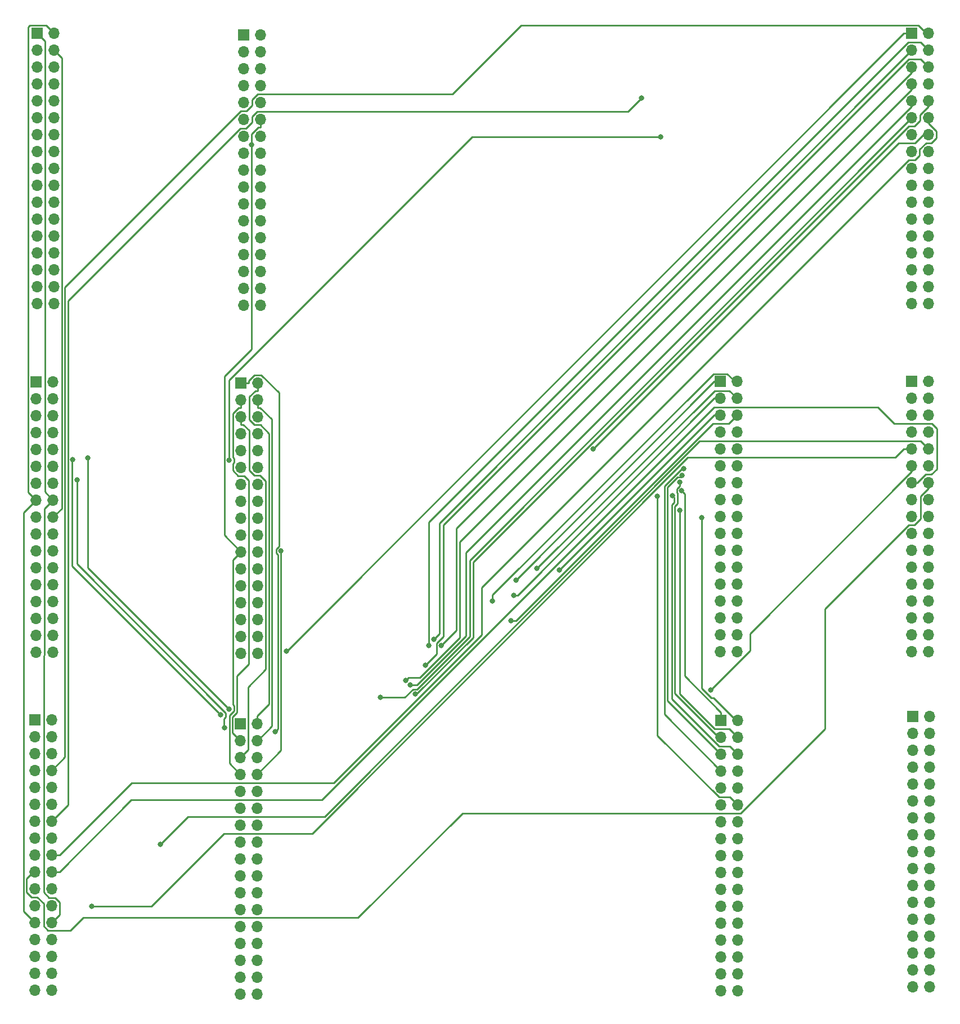
<source format=gbr>
%TF.GenerationSoftware,KiCad,Pcbnew,7.0.7*%
%TF.CreationDate,2023-10-25T17:18:37+09:00*%
%TF.ProjectId,changer,6368616e-6765-4722-9e6b-696361645f70,rev?*%
%TF.SameCoordinates,Original*%
%TF.FileFunction,Copper,L2,Bot*%
%TF.FilePolarity,Positive*%
%FSLAX46Y46*%
G04 Gerber Fmt 4.6, Leading zero omitted, Abs format (unit mm)*
G04 Created by KiCad (PCBNEW 7.0.7) date 2023-10-25 17:18:37*
%MOMM*%
%LPD*%
G01*
G04 APERTURE LIST*
%TA.AperFunction,ComponentPad*%
%ADD10R,1.700000X1.700000*%
%TD*%
%TA.AperFunction,ComponentPad*%
%ADD11O,1.700000X1.700000*%
%TD*%
%TA.AperFunction,ViaPad*%
%ADD12C,0.800000*%
%TD*%
%TA.AperFunction,Conductor*%
%ADD13C,0.250000*%
%TD*%
G04 APERTURE END LIST*
D10*
%TO.P,J1,1,Pin_1*%
%TO.N,CLK*%
X128701800Y-127406400D03*
D11*
%TO.P,J1,2,Pin_2*%
%TO.N,CLR*%
X131241800Y-127406400D03*
%TO.P,J1,3,Pin_3*%
%TO.N,+5V*%
X128701800Y-129946400D03*
%TO.P,J1,4,Pin_4*%
%TO.N,GND*%
X131241800Y-129946400D03*
%TO.P,J1,5,Pin_5*%
%TO.N,unconnected-(J1-Pin_5-Pad5)*%
X128701800Y-132486400D03*
%TO.P,J1,6,Pin_6*%
%TO.N,unconnected-(J1-Pin_6-Pad6)*%
X131241800Y-132486400D03*
%TO.P,J1,7,Pin_7*%
%TO.N,unconnected-(J1-Pin_7-Pad7)*%
X128701800Y-135026400D03*
%TO.P,J1,8,Pin_8*%
%TO.N,unconnected-(J1-Pin_8-Pad8)*%
X131241800Y-135026400D03*
%TO.P,J1,9,Pin_9*%
%TO.N,unconnected-(J1-Pin_9-Pad9)*%
X128701800Y-137566400D03*
%TO.P,J1,10,Pin_10*%
%TO.N,unconnected-(J1-Pin_10-Pad10)*%
X131241800Y-137566400D03*
%TO.P,J1,11,Pin_11*%
%TO.N,unconnected-(J1-Pin_11-Pad11)*%
X128701800Y-140106400D03*
%TO.P,J1,12,Pin_12*%
%TO.N,unconnected-(J1-Pin_12-Pad12)*%
X131241800Y-140106400D03*
%TO.P,J1,13,Pin_13*%
%TO.N,unconnected-(J1-Pin_13-Pad13)*%
X128701800Y-142646400D03*
%TO.P,J1,14,Pin_14*%
%TO.N,unconnected-(J1-Pin_14-Pad14)*%
X131241800Y-142646400D03*
%TO.P,J1,15,Pin_15*%
%TO.N,unconnected-(J1-Pin_15-Pad15)*%
X128701800Y-145186400D03*
%TO.P,J1,16,Pin_16*%
%TO.N,unconnected-(J1-Pin_16-Pad16)*%
X131241800Y-145186400D03*
%TO.P,J1,17,Pin_17*%
%TO.N,unconnected-(J1-Pin_17-Pad17)*%
X128701800Y-147726400D03*
%TO.P,J1,18,Pin_18*%
%TO.N,unconnected-(J1-Pin_18-Pad18)*%
X131241800Y-147726400D03*
%TO.P,J1,19,Pin_19*%
%TO.N,unconnected-(J1-Pin_19-Pad19)*%
X128701800Y-150266400D03*
%TO.P,J1,20,Pin_20*%
%TO.N,unconnected-(J1-Pin_20-Pad20)*%
X131241800Y-150266400D03*
%TO.P,J1,21,Pin_21*%
%TO.N,unconnected-(J1-Pin_21-Pad21)*%
X128701800Y-152806400D03*
%TO.P,J1,22,Pin_22*%
%TO.N,unconnected-(J1-Pin_22-Pad22)*%
X131241800Y-152806400D03*
%TO.P,J1,23,Pin_23*%
%TO.N,unconnected-(J1-Pin_23-Pad23)*%
X128701800Y-155346400D03*
%TO.P,J1,24,Pin_24*%
%TO.N,unconnected-(J1-Pin_24-Pad24)*%
X131241800Y-155346400D03*
%TO.P,J1,25,Pin_25*%
%TO.N,unconnected-(J1-Pin_25-Pad25)*%
X128701800Y-157886400D03*
%TO.P,J1,26,Pin_26*%
%TO.N,unconnected-(J1-Pin_26-Pad26)*%
X131241800Y-157886400D03*
%TO.P,J1,27,Pin_27*%
%TO.N,unconnected-(J1-Pin_27-Pad27)*%
X128701800Y-160426400D03*
%TO.P,J1,28,Pin_28*%
%TO.N,unconnected-(J1-Pin_28-Pad28)*%
X131241800Y-160426400D03*
%TO.P,J1,29,Pin_29*%
%TO.N,unconnected-(J1-Pin_29-Pad29)*%
X128701800Y-162966400D03*
%TO.P,J1,30,Pin_30*%
%TO.N,unconnected-(J1-Pin_30-Pad30)*%
X131241800Y-162966400D03*
%TO.P,J1,31,Pin_31*%
%TO.N,unconnected-(J1-Pin_31-Pad31)*%
X128701800Y-165506400D03*
%TO.P,J1,32,Pin_32*%
%TO.N,unconnected-(J1-Pin_32-Pad32)*%
X131241800Y-165506400D03*
%TO.P,J1,33,Pin_33*%
%TO.N,unconnected-(J1-Pin_33-Pad33)*%
X128701800Y-168046400D03*
%TO.P,J1,34,Pin_34*%
%TO.N,unconnected-(J1-Pin_34-Pad34)*%
X131241800Y-168046400D03*
%TD*%
D10*
%TO.P,J11,1,Pin_1*%
%TO.N,sela0*%
X260328200Y-127431800D03*
D11*
%TO.P,J11,2,Pin_2*%
%TO.N,sela1*%
X262868200Y-127431800D03*
%TO.P,J11,3,Pin_3*%
%TO.N,sela2*%
X260328200Y-129971800D03*
%TO.P,J11,4,Pin_4*%
%TO.N,selb0*%
X262868200Y-129971800D03*
%TO.P,J11,5,Pin_5*%
%TO.N,selb1*%
X260328200Y-132511800D03*
%TO.P,J11,6,Pin_6*%
%TO.N,selb2*%
X262868200Y-132511800D03*
%TO.P,J11,7,Pin_7*%
%TO.N,LD0*%
X260328200Y-135051800D03*
%TO.P,J11,8,Pin_8*%
%TO.N,LD1*%
X262868200Y-135051800D03*
%TO.P,J11,9,Pin_9*%
%TO.N,LD2*%
X260328200Y-137591800D03*
%TO.P,J11,10,Pin_10*%
%TO.N,LD3*%
X262868200Y-137591800D03*
%TO.P,J11,11,Pin_11*%
%TO.N,LDo*%
X260328200Y-140131800D03*
%TO.P,J11,12,Pin_12*%
%TO.N,LDpc*%
X262868200Y-140131800D03*
%TO.P,J11,13,Pin_13*%
%TO.N,+{slash}-*%
X260328200Y-142671800D03*
%TO.P,J11,14,Pin_14*%
%TO.N,A{slash}L*%
X262868200Y-142671800D03*
%TO.P,J11,15,Pin_15*%
%TO.N,unconnected-(J11-Pin_15-Pad15)*%
X260328200Y-145211800D03*
%TO.P,J11,16,Pin_16*%
%TO.N,unconnected-(J11-Pin_16-Pad16)*%
X262868200Y-145211800D03*
%TO.P,J11,17,Pin_17*%
%TO.N,unconnected-(J11-Pin_17-Pad17)*%
X260328200Y-147751800D03*
%TO.P,J11,18,Pin_18*%
%TO.N,unconnected-(J11-Pin_18-Pad18)*%
X262868200Y-147751800D03*
%TO.P,J11,19,Pin_19*%
%TO.N,unconnected-(J11-Pin_19-Pad19)*%
X260328200Y-150291800D03*
%TO.P,J11,20,Pin_20*%
%TO.N,unconnected-(J11-Pin_20-Pad20)*%
X262868200Y-150291800D03*
%TO.P,J11,21,Pin_21*%
%TO.N,unconnected-(J11-Pin_21-Pad21)*%
X260328200Y-152831800D03*
%TO.P,J11,22,Pin_22*%
%TO.N,unconnected-(J11-Pin_22-Pad22)*%
X262868200Y-152831800D03*
%TO.P,J11,23,Pin_23*%
%TO.N,unconnected-(J11-Pin_23-Pad23)*%
X260328200Y-155371800D03*
%TO.P,J11,24,Pin_24*%
%TO.N,unconnected-(J11-Pin_24-Pad24)*%
X262868200Y-155371800D03*
%TO.P,J11,25,Pin_25*%
%TO.N,unconnected-(J11-Pin_25-Pad25)*%
X260328200Y-157911800D03*
%TO.P,J11,26,Pin_26*%
%TO.N,unconnected-(J11-Pin_26-Pad26)*%
X262868200Y-157911800D03*
%TO.P,J11,27,Pin_27*%
%TO.N,unconnected-(J11-Pin_27-Pad27)*%
X260328200Y-160451800D03*
%TO.P,J11,28,Pin_28*%
%TO.N,unconnected-(J11-Pin_28-Pad28)*%
X262868200Y-160451800D03*
%TO.P,J11,29,Pin_29*%
%TO.N,unconnected-(J11-Pin_29-Pad29)*%
X260328200Y-162991800D03*
%TO.P,J11,30,Pin_30*%
%TO.N,unconnected-(J11-Pin_30-Pad30)*%
X262868200Y-162991800D03*
%TO.P,J11,31,Pin_31*%
%TO.N,unconnected-(J11-Pin_31-Pad31)*%
X260328200Y-165531800D03*
%TO.P,J11,32,Pin_32*%
%TO.N,unconnected-(J11-Pin_32-Pad32)*%
X262868200Y-165531800D03*
%TO.P,J11,33,Pin_33*%
%TO.N,unconnected-(J11-Pin_33-Pad33)*%
X260328200Y-168071800D03*
%TO.P,J11,34,Pin_34*%
%TO.N,unconnected-(J11-Pin_34-Pad34)*%
X262868200Y-168071800D03*
%TD*%
D10*
%TO.P,J3,1,Pin_1*%
%TO.N,A0*%
X128574800Y-179832000D03*
D11*
%TO.P,J3,2,Pin_2*%
%TO.N,A1*%
X131114800Y-179832000D03*
%TO.P,J3,3,Pin_3*%
%TO.N,A2*%
X128574800Y-182372000D03*
%TO.P,J3,4,Pin_4*%
%TO.N,A3*%
X131114800Y-182372000D03*
%TO.P,J3,5,Pin_5*%
%TO.N,A4*%
X128574800Y-184912000D03*
%TO.P,J3,6,Pin_6*%
%TO.N,A5*%
X131114800Y-184912000D03*
%TO.P,J3,7,Pin_7*%
%TO.N,B0*%
X128574800Y-187452000D03*
%TO.P,J3,8,Pin_8*%
%TO.N,B1*%
X131114800Y-187452000D03*
%TO.P,J3,9,Pin_9*%
%TO.N,B2*%
X128574800Y-189992000D03*
%TO.P,J3,10,Pin_10*%
%TO.N,B3*%
X131114800Y-189992000D03*
%TO.P,J3,11,Pin_11*%
%TO.N,B4*%
X128574800Y-192532000D03*
%TO.P,J3,12,Pin_12*%
%TO.N,B5*%
X131114800Y-192532000D03*
%TO.P,J3,13,Pin_13*%
%TO.N,+{slash}-*%
X128574800Y-195072000D03*
%TO.P,J3,14,Pin_14*%
%TO.N,A{slash}L*%
X131114800Y-195072000D03*
%TO.P,J3,15,Pin_15*%
%TO.N,CLR*%
X128574800Y-197612000D03*
%TO.P,J3,16,Pin_16*%
%TO.N,CLK*%
X131114800Y-197612000D03*
%TO.P,J3,17,Pin_17*%
%TO.N,+5V*%
X128574800Y-200152000D03*
%TO.P,J3,18,Pin_18*%
%TO.N,GND*%
X131114800Y-200152000D03*
%TO.P,J3,19,Pin_19*%
%TO.N,unconnected-(J3-Pin_19-Pad19)*%
X128574800Y-202692000D03*
%TO.P,J3,20,Pin_20*%
%TO.N,unconnected-(J3-Pin_20-Pad20)*%
X131114800Y-202692000D03*
%TO.P,J3,21,Pin_21*%
%TO.N,unconnected-(J3-Pin_21-Pad21)*%
X128574800Y-205232000D03*
%TO.P,J3,22,Pin_22*%
%TO.N,unconnected-(J3-Pin_22-Pad22)*%
X131114800Y-205232000D03*
%TO.P,J3,23,Pin_23*%
%TO.N,unconnected-(J3-Pin_23-Pad23)*%
X128574800Y-207772000D03*
%TO.P,J3,24,Pin_24*%
%TO.N,unconnected-(J3-Pin_24-Pad24)*%
X131114800Y-207772000D03*
%TO.P,J3,25,Pin_25*%
%TO.N,unconnected-(J3-Pin_25-Pad25)*%
X128574800Y-210312000D03*
%TO.P,J3,26,Pin_26*%
%TO.N,unconnected-(J3-Pin_26-Pad26)*%
X131114800Y-210312000D03*
%TO.P,J3,27,Pin_27*%
%TO.N,unconnected-(J3-Pin_27-Pad27)*%
X128574800Y-212852000D03*
%TO.P,J3,28,Pin_28*%
%TO.N,unconnected-(J3-Pin_28-Pad28)*%
X131114800Y-212852000D03*
%TO.P,J3,29,Pin_29*%
%TO.N,unconnected-(J3-Pin_29-Pad29)*%
X128574800Y-215392000D03*
%TO.P,J3,30,Pin_30*%
%TO.N,unconnected-(J3-Pin_30-Pad30)*%
X131114800Y-215392000D03*
%TO.P,J3,31,Pin_31*%
%TO.N,unconnected-(J3-Pin_31-Pad31)*%
X128574800Y-217932000D03*
%TO.P,J3,32,Pin_32*%
%TO.N,unconnected-(J3-Pin_32-Pad32)*%
X131114800Y-217932000D03*
%TO.P,J3,33,Pin_33*%
%TO.N,unconnected-(J3-Pin_33-Pad33)*%
X128574800Y-220472000D03*
%TO.P,J3,34,Pin_34*%
%TO.N,unconnected-(J3-Pin_34-Pad34)*%
X131114800Y-220472000D03*
%TD*%
D10*
%TO.P,J7,1,Pin_1*%
%TO.N,pc0*%
X159385000Y-179984400D03*
D11*
%TO.P,J7,2,Pin_2*%
%TO.N,pc1*%
X161925000Y-179984400D03*
%TO.P,J7,3,Pin_3*%
%TO.N,pc2*%
X159385000Y-182524400D03*
%TO.P,J7,4,Pin_4*%
%TO.N,pc3*%
X161925000Y-182524400D03*
%TO.P,J7,5,Pin_5*%
%TO.N,pc4*%
X159385000Y-185064400D03*
%TO.P,J7,6,Pin_6*%
%TO.N,unconnected-(J7-Pin_6-Pad6)*%
X161925000Y-185064400D03*
%TO.P,J7,7,Pin_7*%
%TO.N,2oc3*%
X159385000Y-187604400D03*
%TO.P,J7,8,Pin_8*%
%TO.N,2oc2*%
X161925000Y-187604400D03*
%TO.P,J7,9,Pin_9*%
%TO.N,2oc1*%
X159385000Y-190144400D03*
%TO.P,J7,10,Pin_10*%
%TO.N,2oc0*%
X161925000Y-190144400D03*
%TO.P,J7,11,Pin_11*%
%TO.N,2ol3*%
X159385000Y-192684400D03*
%TO.P,J7,12,Pin_12*%
%TO.N,2ol2*%
X161925000Y-192684400D03*
%TO.P,J7,13,Pin_13*%
%TO.N,2ol1*%
X159385000Y-195224400D03*
%TO.P,J7,14,Pin_14*%
%TO.N,2ol0*%
X161925000Y-195224400D03*
%TO.P,J7,15,Pin_15*%
%TO.N,2Im5*%
X159385000Y-197764400D03*
%TO.P,J7,16,Pin_16*%
%TO.N,2Im4*%
X161925000Y-197764400D03*
%TO.P,J7,17,Pin_17*%
%TO.N,2Im3*%
X159385000Y-200304400D03*
%TO.P,J7,18,Pin_18*%
%TO.N,2Im2*%
X161925000Y-200304400D03*
%TO.P,J7,19,Pin_19*%
%TO.N,2Im1*%
X159385000Y-202844400D03*
%TO.P,J7,20,Pin_20*%
%TO.N,2Im0*%
X161925000Y-202844400D03*
%TO.P,J7,21,Pin_21*%
%TO.N,+5V*%
X159385000Y-205384400D03*
%TO.P,J7,22,Pin_22*%
%TO.N,GND*%
X161925000Y-205384400D03*
%TO.P,J7,23,Pin_23*%
%TO.N,unconnected-(J7-Pin_23-Pad23)*%
X159385000Y-207924400D03*
%TO.P,J7,24,Pin_24*%
%TO.N,unconnected-(J7-Pin_24-Pad24)*%
X161925000Y-207924400D03*
%TO.P,J7,25,Pin_25*%
%TO.N,unconnected-(J7-Pin_25-Pad25)*%
X159385000Y-210464400D03*
%TO.P,J7,26,Pin_26*%
%TO.N,unconnected-(J7-Pin_26-Pad26)*%
X161925000Y-210464400D03*
%TO.P,J7,27,Pin_27*%
%TO.N,unconnected-(J7-Pin_27-Pad27)*%
X159385000Y-213004400D03*
%TO.P,J7,28,Pin_28*%
%TO.N,unconnected-(J7-Pin_28-Pad28)*%
X161925000Y-213004400D03*
%TO.P,J7,29,Pin_29*%
%TO.N,unconnected-(J7-Pin_29-Pad29)*%
X159385000Y-215544400D03*
%TO.P,J7,30,Pin_30*%
%TO.N,unconnected-(J7-Pin_30-Pad30)*%
X161925000Y-215544400D03*
%TO.P,J7,31,Pin_31*%
%TO.N,unconnected-(J7-Pin_31-Pad31)*%
X159385000Y-218084400D03*
%TO.P,J7,32,Pin_32*%
%TO.N,unconnected-(J7-Pin_32-Pad32)*%
X161925000Y-218084400D03*
%TO.P,J7,33,Pin_33*%
%TO.N,unconnected-(J7-Pin_33-Pad33)*%
X159385000Y-220624400D03*
%TO.P,J7,34,Pin_34*%
%TO.N,unconnected-(J7-Pin_34-Pad34)*%
X161925000Y-220624400D03*
%TD*%
D10*
%TO.P,J8,1,Pin_1*%
%TO.N,pc0*%
X159283400Y-231190800D03*
D11*
%TO.P,J8,2,Pin_2*%
%TO.N,pc1*%
X161823400Y-231190800D03*
%TO.P,J8,3,Pin_3*%
%TO.N,pc2*%
X159283400Y-233730800D03*
%TO.P,J8,4,Pin_4*%
%TO.N,pc3*%
X161823400Y-233730800D03*
%TO.P,J8,5,Pin_5*%
%TO.N,pc4*%
X159283400Y-236270800D03*
%TO.P,J8,6,Pin_6*%
%TO.N,unconnected-(J8-Pin_6-Pad6)*%
X161823400Y-236270800D03*
%TO.P,J8,7,Pin_7*%
%TO.N,+5V*%
X159283400Y-238810800D03*
%TO.P,J8,8,Pin_8*%
%TO.N,GND*%
X161823400Y-238810800D03*
%TO.P,J8,9,Pin_9*%
%TO.N,unconnected-(J8-Pin_9-Pad9)*%
X159283400Y-241350800D03*
%TO.P,J8,10,Pin_10*%
%TO.N,unconnected-(J8-Pin_10-Pad10)*%
X161823400Y-241350800D03*
%TO.P,J8,11,Pin_11*%
%TO.N,unconnected-(J8-Pin_11-Pad11)*%
X159283400Y-243890800D03*
%TO.P,J8,12,Pin_12*%
%TO.N,unconnected-(J8-Pin_12-Pad12)*%
X161823400Y-243890800D03*
%TO.P,J8,13,Pin_13*%
%TO.N,unconnected-(J8-Pin_13-Pad13)*%
X159283400Y-246430800D03*
%TO.P,J8,14,Pin_14*%
%TO.N,unconnected-(J8-Pin_14-Pad14)*%
X161823400Y-246430800D03*
%TO.P,J8,15,Pin_15*%
%TO.N,unconnected-(J8-Pin_15-Pad15)*%
X159283400Y-248970800D03*
%TO.P,J8,16,Pin_16*%
%TO.N,unconnected-(J8-Pin_16-Pad16)*%
X161823400Y-248970800D03*
%TO.P,J8,17,Pin_17*%
%TO.N,unconnected-(J8-Pin_17-Pad17)*%
X159283400Y-251510800D03*
%TO.P,J8,18,Pin_18*%
%TO.N,unconnected-(J8-Pin_18-Pad18)*%
X161823400Y-251510800D03*
%TO.P,J8,19,Pin_19*%
%TO.N,unconnected-(J8-Pin_19-Pad19)*%
X159283400Y-254050800D03*
%TO.P,J8,20,Pin_20*%
%TO.N,unconnected-(J8-Pin_20-Pad20)*%
X161823400Y-254050800D03*
%TO.P,J8,21,Pin_21*%
%TO.N,unconnected-(J8-Pin_21-Pad21)*%
X159283400Y-256590800D03*
%TO.P,J8,22,Pin_22*%
%TO.N,unconnected-(J8-Pin_22-Pad22)*%
X161823400Y-256590800D03*
%TO.P,J8,23,Pin_23*%
%TO.N,unconnected-(J8-Pin_23-Pad23)*%
X159283400Y-259130800D03*
%TO.P,J8,24,Pin_24*%
%TO.N,unconnected-(J8-Pin_24-Pad24)*%
X161823400Y-259130800D03*
%TO.P,J8,25,Pin_25*%
%TO.N,unconnected-(J8-Pin_25-Pad25)*%
X159283400Y-261670800D03*
%TO.P,J8,26,Pin_26*%
%TO.N,unconnected-(J8-Pin_26-Pad26)*%
X161823400Y-261670800D03*
%TO.P,J8,27,Pin_27*%
%TO.N,unconnected-(J8-Pin_27-Pad27)*%
X159283400Y-264210800D03*
%TO.P,J8,28,Pin_28*%
%TO.N,unconnected-(J8-Pin_28-Pad28)*%
X161823400Y-264210800D03*
%TO.P,J8,29,Pin_29*%
%TO.N,unconnected-(J8-Pin_29-Pad29)*%
X159283400Y-266750800D03*
%TO.P,J8,30,Pin_30*%
%TO.N,unconnected-(J8-Pin_30-Pad30)*%
X161823400Y-266750800D03*
%TO.P,J8,31,Pin_31*%
%TO.N,unconnected-(J8-Pin_31-Pad31)*%
X159283400Y-269290800D03*
%TO.P,J8,32,Pin_32*%
%TO.N,unconnected-(J8-Pin_32-Pad32)*%
X161823400Y-269290800D03*
%TO.P,J8,33,Pin_33*%
%TO.N,unconnected-(J8-Pin_33-Pad33)*%
X159283400Y-271830800D03*
%TO.P,J8,34,Pin_34*%
%TO.N,unconnected-(J8-Pin_34-Pad34)*%
X161823400Y-271830800D03*
%TD*%
D10*
%TO.P,J2,1,Pin_1*%
%TO.N,Y0*%
X231524600Y-179781200D03*
D11*
%TO.P,J2,2,Pin_2*%
%TO.N,Y1*%
X234064600Y-179781200D03*
%TO.P,J2,3,Pin_3*%
%TO.N,Y2*%
X231524600Y-182321200D03*
%TO.P,J2,4,Pin_4*%
%TO.N,Y3*%
X234064600Y-182321200D03*
%TO.P,J2,5,Pin_5*%
%TO.N,Y4*%
X231524600Y-184861200D03*
%TO.P,J2,6,Pin_6*%
%TO.N,Y5*%
X234064600Y-184861200D03*
%TO.P,J2,7,Pin_7*%
%TO.N,ZFR*%
X231524600Y-187401200D03*
%TO.P,J2,8,Pin_8*%
%TO.N,OFR*%
X234064600Y-187401200D03*
%TO.P,J2,9,Pin_9*%
%TO.N,SFR*%
X231524600Y-189941200D03*
%TO.P,J2,10,Pin_10*%
%TO.N,unconnected-(J2-Pin_10-Pad10)*%
X234064600Y-189941200D03*
%TO.P,J2,11,Pin_11*%
%TO.N,unconnected-(J2-Pin_11-Pad11)*%
X231524600Y-192481200D03*
%TO.P,J2,12,Pin_12*%
%TO.N,unconnected-(J2-Pin_12-Pad12)*%
X234064600Y-192481200D03*
%TO.P,J2,13,Pin_13*%
%TO.N,unconnected-(J2-Pin_13-Pad13)*%
X231524600Y-195021200D03*
%TO.P,J2,14,Pin_14*%
%TO.N,unconnected-(J2-Pin_14-Pad14)*%
X234064600Y-195021200D03*
%TO.P,J2,15,Pin_15*%
%TO.N,unconnected-(J2-Pin_15-Pad15)*%
X231524600Y-197561200D03*
%TO.P,J2,16,Pin_16*%
%TO.N,unconnected-(J2-Pin_16-Pad16)*%
X234064600Y-197561200D03*
%TO.P,J2,17,Pin_17*%
%TO.N,unconnected-(J2-Pin_17-Pad17)*%
X231524600Y-200101200D03*
%TO.P,J2,18,Pin_18*%
%TO.N,unconnected-(J2-Pin_18-Pad18)*%
X234064600Y-200101200D03*
%TO.P,J2,19,Pin_19*%
%TO.N,unconnected-(J2-Pin_19-Pad19)*%
X231524600Y-202641200D03*
%TO.P,J2,20,Pin_20*%
%TO.N,unconnected-(J2-Pin_20-Pad20)*%
X234064600Y-202641200D03*
%TO.P,J2,21,Pin_21*%
%TO.N,unconnected-(J2-Pin_21-Pad21)*%
X231524600Y-205181200D03*
%TO.P,J2,22,Pin_22*%
%TO.N,unconnected-(J2-Pin_22-Pad22)*%
X234064600Y-205181200D03*
%TO.P,J2,23,Pin_23*%
%TO.N,unconnected-(J2-Pin_23-Pad23)*%
X231524600Y-207721200D03*
%TO.P,J2,24,Pin_24*%
%TO.N,unconnected-(J2-Pin_24-Pad24)*%
X234064600Y-207721200D03*
%TO.P,J2,25,Pin_25*%
%TO.N,unconnected-(J2-Pin_25-Pad25)*%
X231524600Y-210261200D03*
%TO.P,J2,26,Pin_26*%
%TO.N,unconnected-(J2-Pin_26-Pad26)*%
X234064600Y-210261200D03*
%TO.P,J2,27,Pin_27*%
%TO.N,unconnected-(J2-Pin_27-Pad27)*%
X231524600Y-212801200D03*
%TO.P,J2,28,Pin_28*%
%TO.N,unconnected-(J2-Pin_28-Pad28)*%
X234064600Y-212801200D03*
%TO.P,J2,29,Pin_29*%
%TO.N,unconnected-(J2-Pin_29-Pad29)*%
X231524600Y-215341200D03*
%TO.P,J2,30,Pin_30*%
%TO.N,unconnected-(J2-Pin_30-Pad30)*%
X234064600Y-215341200D03*
%TO.P,J2,31,Pin_31*%
%TO.N,unconnected-(J2-Pin_31-Pad31)*%
X231524600Y-217881200D03*
%TO.P,J2,32,Pin_32*%
%TO.N,unconnected-(J2-Pin_32-Pad32)*%
X234064600Y-217881200D03*
%TO.P,J2,33,Pin_33*%
%TO.N,unconnected-(J2-Pin_33-Pad33)*%
X231524600Y-220421200D03*
%TO.P,J2,34,Pin_34*%
%TO.N,unconnected-(J2-Pin_34-Pad34)*%
X234064600Y-220421200D03*
%TD*%
D10*
%TO.P,J6,1,Pin_1*%
%TO.N,oc3*%
X260324600Y-179781200D03*
D11*
%TO.P,J6,2,Pin_2*%
%TO.N,oc2*%
X262864600Y-179781200D03*
%TO.P,J6,3,Pin_3*%
%TO.N,oc1*%
X260324600Y-182321200D03*
%TO.P,J6,4,Pin_4*%
%TO.N,oc0*%
X262864600Y-182321200D03*
%TO.P,J6,5,Pin_5*%
%TO.N,ol3*%
X260324600Y-184861200D03*
%TO.P,J6,6,Pin_6*%
%TO.N,ol2*%
X262864600Y-184861200D03*
%TO.P,J6,7,Pin_7*%
%TO.N,ol1*%
X260324600Y-187401200D03*
%TO.P,J6,8,Pin_8*%
%TO.N,ol0*%
X262864600Y-187401200D03*
%TO.P,J6,9,Pin_9*%
%TO.N,Im5*%
X260324600Y-189941200D03*
%TO.P,J6,10,Pin_10*%
%TO.N,Im4*%
X262864600Y-189941200D03*
%TO.P,J6,11,Pin_11*%
%TO.N,Im3*%
X260324600Y-192481200D03*
%TO.P,J6,12,Pin_12*%
%TO.N,Im2*%
X262864600Y-192481200D03*
%TO.P,J6,13,Pin_13*%
%TO.N,Im1*%
X260324600Y-195021200D03*
%TO.P,J6,14,Pin_14*%
%TO.N,Im0*%
X262864600Y-195021200D03*
%TO.P,J6,15,Pin_15*%
%TO.N,unconnected-(J6-Pin_15-Pad15)*%
X260324600Y-197561200D03*
%TO.P,J6,16,Pin_16*%
%TO.N,unconnected-(J6-Pin_16-Pad16)*%
X262864600Y-197561200D03*
%TO.P,J6,17,Pin_17*%
%TO.N,unconnected-(J6-Pin_17-Pad17)*%
X260324600Y-200101200D03*
%TO.P,J6,18,Pin_18*%
%TO.N,unconnected-(J6-Pin_18-Pad18)*%
X262864600Y-200101200D03*
%TO.P,J6,19,Pin_19*%
%TO.N,unconnected-(J6-Pin_19-Pad19)*%
X260324600Y-202641200D03*
%TO.P,J6,20,Pin_20*%
%TO.N,unconnected-(J6-Pin_20-Pad20)*%
X262864600Y-202641200D03*
%TO.P,J6,21,Pin_21*%
%TO.N,unconnected-(J6-Pin_21-Pad21)*%
X260324600Y-205181200D03*
%TO.P,J6,22,Pin_22*%
%TO.N,unconnected-(J6-Pin_22-Pad22)*%
X262864600Y-205181200D03*
%TO.P,J6,23,Pin_23*%
%TO.N,unconnected-(J6-Pin_23-Pad23)*%
X260324600Y-207721200D03*
%TO.P,J6,24,Pin_24*%
%TO.N,unconnected-(J6-Pin_24-Pad24)*%
X262864600Y-207721200D03*
%TO.P,J6,25,Pin_25*%
%TO.N,unconnected-(J6-Pin_25-Pad25)*%
X260324600Y-210261200D03*
%TO.P,J6,26,Pin_26*%
%TO.N,unconnected-(J6-Pin_26-Pad26)*%
X262864600Y-210261200D03*
%TO.P,J6,27,Pin_27*%
%TO.N,unconnected-(J6-Pin_27-Pad27)*%
X260324600Y-212801200D03*
%TO.P,J6,28,Pin_28*%
%TO.N,unconnected-(J6-Pin_28-Pad28)*%
X262864600Y-212801200D03*
%TO.P,J6,29,Pin_29*%
%TO.N,unconnected-(J6-Pin_29-Pad29)*%
X260324600Y-215341200D03*
%TO.P,J6,30,Pin_30*%
%TO.N,unconnected-(J6-Pin_30-Pad30)*%
X262864600Y-215341200D03*
%TO.P,J6,31,Pin_31*%
%TO.N,unconnected-(J6-Pin_31-Pad31)*%
X260324600Y-217881200D03*
%TO.P,J6,32,Pin_32*%
%TO.N,unconnected-(J6-Pin_32-Pad32)*%
X262864600Y-217881200D03*
%TO.P,J6,33,Pin_33*%
%TO.N,unconnected-(J6-Pin_33-Pad33)*%
X260324600Y-220421200D03*
%TO.P,J6,34,Pin_34*%
%TO.N,unconnected-(J6-Pin_34-Pad34)*%
X262864600Y-220421200D03*
%TD*%
D10*
%TO.P,J5,1,Pin_1*%
%TO.N,A0*%
X231626200Y-230682800D03*
D11*
%TO.P,J5,2,Pin_2*%
%TO.N,A1*%
X234166200Y-230682800D03*
%TO.P,J5,3,Pin_3*%
%TO.N,A2*%
X231626200Y-233222800D03*
%TO.P,J5,4,Pin_4*%
%TO.N,A3*%
X234166200Y-233222800D03*
%TO.P,J5,5,Pin_5*%
%TO.N,A4*%
X231626200Y-235762800D03*
%TO.P,J5,6,Pin_6*%
%TO.N,A5*%
X234166200Y-235762800D03*
%TO.P,J5,7,Pin_7*%
%TO.N,B0*%
X231626200Y-238302800D03*
%TO.P,J5,8,Pin_8*%
%TO.N,B1*%
X234166200Y-238302800D03*
%TO.P,J5,9,Pin_9*%
%TO.N,B2*%
X231626200Y-240842800D03*
%TO.P,J5,10,Pin_10*%
%TO.N,B3*%
X234166200Y-240842800D03*
%TO.P,J5,11,Pin_11*%
%TO.N,B4*%
X231626200Y-243382800D03*
%TO.P,J5,12,Pin_12*%
%TO.N,B5*%
X234166200Y-243382800D03*
%TO.P,J5,13,Pin_13*%
%TO.N,pc0*%
X231626200Y-245922800D03*
%TO.P,J5,14,Pin_14*%
%TO.N,pc1*%
X234166200Y-245922800D03*
%TO.P,J5,15,Pin_15*%
%TO.N,pc2*%
X231626200Y-248462800D03*
%TO.P,J5,16,Pin_16*%
%TO.N,pc3*%
X234166200Y-248462800D03*
%TO.P,J5,17,Pin_17*%
%TO.N,pc4*%
X231626200Y-251002800D03*
%TO.P,J5,18,Pin_18*%
%TO.N,pc5*%
X234166200Y-251002800D03*
%TO.P,J5,19,Pin_19*%
%TO.N,unconnected-(J5-Pin_19-Pad19)*%
X231626200Y-253542800D03*
%TO.P,J5,20,Pin_20*%
%TO.N,unconnected-(J5-Pin_20-Pad20)*%
X234166200Y-253542800D03*
%TO.P,J5,21,Pin_21*%
%TO.N,unconnected-(J5-Pin_21-Pad21)*%
X231626200Y-256082800D03*
%TO.P,J5,22,Pin_22*%
%TO.N,unconnected-(J5-Pin_22-Pad22)*%
X234166200Y-256082800D03*
%TO.P,J5,23,Pin_23*%
%TO.N,unconnected-(J5-Pin_23-Pad23)*%
X231626200Y-258622800D03*
%TO.P,J5,24,Pin_24*%
%TO.N,unconnected-(J5-Pin_24-Pad24)*%
X234166200Y-258622800D03*
%TO.P,J5,25,Pin_25*%
%TO.N,unconnected-(J5-Pin_25-Pad25)*%
X231626200Y-261162800D03*
%TO.P,J5,26,Pin_26*%
%TO.N,unconnected-(J5-Pin_26-Pad26)*%
X234166200Y-261162800D03*
%TO.P,J5,27,Pin_27*%
%TO.N,unconnected-(J5-Pin_27-Pad27)*%
X231626200Y-263702800D03*
%TO.P,J5,28,Pin_28*%
%TO.N,unconnected-(J5-Pin_28-Pad28)*%
X234166200Y-263702800D03*
%TO.P,J5,29,Pin_29*%
%TO.N,unconnected-(J5-Pin_29-Pad29)*%
X231626200Y-266242800D03*
%TO.P,J5,30,Pin_30*%
%TO.N,unconnected-(J5-Pin_30-Pad30)*%
X234166200Y-266242800D03*
%TO.P,J5,31,Pin_31*%
%TO.N,unconnected-(J5-Pin_31-Pad31)*%
X231626200Y-268782800D03*
%TO.P,J5,32,Pin_32*%
%TO.N,unconnected-(J5-Pin_32-Pad32)*%
X234166200Y-268782800D03*
%TO.P,J5,33,Pin_33*%
%TO.N,unconnected-(J5-Pin_33-Pad33)*%
X231626200Y-271322800D03*
%TO.P,J5,34,Pin_34*%
%TO.N,unconnected-(J5-Pin_34-Pad34)*%
X234166200Y-271322800D03*
%TD*%
D10*
%TO.P,J9,1,Pin_1*%
%TO.N,2oc3*%
X260429800Y-230149400D03*
D11*
%TO.P,J9,2,Pin_2*%
%TO.N,2oc2*%
X262969800Y-230149400D03*
%TO.P,J9,3,Pin_3*%
%TO.N,2oc1*%
X260429800Y-232689400D03*
%TO.P,J9,4,Pin_4*%
%TO.N,2oc0*%
X262969800Y-232689400D03*
%TO.P,J9,5,Pin_5*%
%TO.N,2ol3*%
X260429800Y-235229400D03*
%TO.P,J9,6,Pin_6*%
%TO.N,2ol2*%
X262969800Y-235229400D03*
%TO.P,J9,7,Pin_7*%
%TO.N,2ol1*%
X260429800Y-237769400D03*
%TO.P,J9,8,Pin_8*%
%TO.N,2ol0*%
X262969800Y-237769400D03*
%TO.P,J9,9,Pin_9*%
%TO.N,2Im5*%
X260429800Y-240309400D03*
%TO.P,J9,10,Pin_10*%
%TO.N,2Im4*%
X262969800Y-240309400D03*
%TO.P,J9,11,Pin_11*%
%TO.N,2Im3*%
X260429800Y-242849400D03*
%TO.P,J9,12,Pin_12*%
%TO.N,2Im2*%
X262969800Y-242849400D03*
%TO.P,J9,13,Pin_13*%
%TO.N,2Im1*%
X260429800Y-245389400D03*
%TO.P,J9,14,Pin_14*%
%TO.N,2Im0*%
X262969800Y-245389400D03*
%TO.P,J9,15,Pin_15*%
%TO.N,unconnected-(J9-Pin_15-Pad15)*%
X260429800Y-247929400D03*
%TO.P,J9,16,Pin_16*%
%TO.N,unconnected-(J9-Pin_16-Pad16)*%
X262969800Y-247929400D03*
%TO.P,J9,17,Pin_17*%
%TO.N,unconnected-(J9-Pin_17-Pad17)*%
X260429800Y-250469400D03*
%TO.P,J9,18,Pin_18*%
%TO.N,unconnected-(J9-Pin_18-Pad18)*%
X262969800Y-250469400D03*
%TO.P,J9,19,Pin_19*%
%TO.N,unconnected-(J9-Pin_19-Pad19)*%
X260429800Y-253009400D03*
%TO.P,J9,20,Pin_20*%
%TO.N,unconnected-(J9-Pin_20-Pad20)*%
X262969800Y-253009400D03*
%TO.P,J9,21,Pin_21*%
%TO.N,unconnected-(J9-Pin_21-Pad21)*%
X260429800Y-255549400D03*
%TO.P,J9,22,Pin_22*%
%TO.N,unconnected-(J9-Pin_22-Pad22)*%
X262969800Y-255549400D03*
%TO.P,J9,23,Pin_23*%
%TO.N,unconnected-(J9-Pin_23-Pad23)*%
X260429800Y-258089400D03*
%TO.P,J9,24,Pin_24*%
%TO.N,unconnected-(J9-Pin_24-Pad24)*%
X262969800Y-258089400D03*
%TO.P,J9,25,Pin_25*%
%TO.N,unconnected-(J9-Pin_25-Pad25)*%
X260429800Y-260629400D03*
%TO.P,J9,26,Pin_26*%
%TO.N,unconnected-(J9-Pin_26-Pad26)*%
X262969800Y-260629400D03*
%TO.P,J9,27,Pin_27*%
%TO.N,unconnected-(J9-Pin_27-Pad27)*%
X260429800Y-263169400D03*
%TO.P,J9,28,Pin_28*%
%TO.N,unconnected-(J9-Pin_28-Pad28)*%
X262969800Y-263169400D03*
%TO.P,J9,29,Pin_29*%
%TO.N,unconnected-(J9-Pin_29-Pad29)*%
X260429800Y-265709400D03*
%TO.P,J9,30,Pin_30*%
%TO.N,unconnected-(J9-Pin_30-Pad30)*%
X262969800Y-265709400D03*
%TO.P,J9,31,Pin_31*%
%TO.N,unconnected-(J9-Pin_31-Pad31)*%
X260429800Y-268249400D03*
%TO.P,J9,32,Pin_32*%
%TO.N,unconnected-(J9-Pin_32-Pad32)*%
X262969800Y-268249400D03*
%TO.P,J9,33,Pin_33*%
%TO.N,unconnected-(J9-Pin_33-Pad33)*%
X260429800Y-270789400D03*
%TO.P,J9,34,Pin_34*%
%TO.N,unconnected-(J9-Pin_34-Pad34)*%
X262969800Y-270789400D03*
%TD*%
D10*
%TO.P,J4,1,Pin_1*%
%TO.N,Y0*%
X128371600Y-230606600D03*
D11*
%TO.P,J4,2,Pin_2*%
%TO.N,Y1*%
X130911600Y-230606600D03*
%TO.P,J4,3,Pin_3*%
%TO.N,Y2*%
X128371600Y-233146600D03*
%TO.P,J4,4,Pin_4*%
%TO.N,Y3*%
X130911600Y-233146600D03*
%TO.P,J4,5,Pin_5*%
%TO.N,Y4*%
X128371600Y-235686600D03*
%TO.P,J4,6,Pin_6*%
%TO.N,Y5*%
X130911600Y-235686600D03*
%TO.P,J4,7,Pin_7*%
%TO.N,sela0*%
X128371600Y-238226600D03*
%TO.P,J4,8,Pin_8*%
%TO.N,sela1*%
X130911600Y-238226600D03*
%TO.P,J4,9,Pin_9*%
%TO.N,sela2*%
X128371600Y-240766600D03*
%TO.P,J4,10,Pin_10*%
%TO.N,selb0*%
X130911600Y-240766600D03*
%TO.P,J4,11,Pin_11*%
%TO.N,selb1*%
X128371600Y-243306600D03*
%TO.P,J4,12,Pin_12*%
%TO.N,selb2*%
X130911600Y-243306600D03*
%TO.P,J4,13,Pin_13*%
%TO.N,LD0*%
X128371600Y-245846600D03*
%TO.P,J4,14,Pin_14*%
%TO.N,LD1*%
X130911600Y-245846600D03*
%TO.P,J4,15,Pin_15*%
%TO.N,LD2*%
X128371600Y-248386600D03*
%TO.P,J4,16,Pin_16*%
%TO.N,LD3*%
X130911600Y-248386600D03*
%TO.P,J4,17,Pin_17*%
%TO.N,LDo*%
X128371600Y-250926600D03*
%TO.P,J4,18,Pin_18*%
%TO.N,LDpc*%
X130911600Y-250926600D03*
%TO.P,J4,19,Pin_19*%
%TO.N,Im0*%
X128371600Y-253466600D03*
%TO.P,J4,20,Pin_20*%
%TO.N,Im1*%
X130911600Y-253466600D03*
%TO.P,J4,21,Pin_21*%
%TO.N,Im2*%
X128371600Y-256006600D03*
%TO.P,J4,22,Pin_22*%
%TO.N,Im3*%
X130911600Y-256006600D03*
%TO.P,J4,23,Pin_23*%
%TO.N,Im4*%
X128371600Y-258546600D03*
%TO.P,J4,24,Pin_24*%
%TO.N,Im5*%
X130911600Y-258546600D03*
%TO.P,J4,25,Pin_25*%
%TO.N,CLR*%
X128371600Y-261086600D03*
%TO.P,J4,26,Pin_26*%
%TO.N,CLK*%
X130911600Y-261086600D03*
%TO.P,J4,27,Pin_27*%
%TO.N,+5V*%
X128371600Y-263626600D03*
%TO.P,J4,28,Pin_28*%
%TO.N,GND*%
X130911600Y-263626600D03*
%TO.P,J4,29,Pin_29*%
%TO.N,unconnected-(J4-Pin_29-Pad29)*%
X128371600Y-266166600D03*
%TO.P,J4,30,Pin_30*%
%TO.N,unconnected-(J4-Pin_30-Pad30)*%
X130911600Y-266166600D03*
%TO.P,J4,31,Pin_31*%
%TO.N,unconnected-(J4-Pin_31-Pad31)*%
X128371600Y-268706600D03*
%TO.P,J4,32,Pin_32*%
%TO.N,unconnected-(J4-Pin_32-Pad32)*%
X130911600Y-268706600D03*
%TO.P,J4,33,Pin_33*%
%TO.N,unconnected-(J4-Pin_33-Pad33)*%
X128371600Y-271246600D03*
%TO.P,J4,34,Pin_34*%
%TO.N,unconnected-(J4-Pin_34-Pad34)*%
X130911600Y-271246600D03*
%TD*%
D10*
%TO.P,J10,1,Pin_1*%
%TO.N,oc3*%
X159791400Y-127685800D03*
D11*
%TO.P,J10,2,Pin_2*%
%TO.N,oc2*%
X162331400Y-127685800D03*
%TO.P,J10,3,Pin_3*%
%TO.N,oc1*%
X159791400Y-130225800D03*
%TO.P,J10,4,Pin_4*%
%TO.N,oc0*%
X162331400Y-130225800D03*
%TO.P,J10,5,Pin_5*%
%TO.N,ol3*%
X159791400Y-132765800D03*
%TO.P,J10,6,Pin_6*%
%TO.N,ol2*%
X162331400Y-132765800D03*
%TO.P,J10,7,Pin_7*%
%TO.N,ol1*%
X159791400Y-135305800D03*
%TO.P,J10,8,Pin_8*%
%TO.N,ol0*%
X162331400Y-135305800D03*
%TO.P,J10,9,Pin_9*%
%TO.N,ZFR*%
X159791400Y-137845800D03*
%TO.P,J10,10,Pin_10*%
%TO.N,OFR*%
X162331400Y-137845800D03*
%TO.P,J10,11,Pin_11*%
%TO.N,SFR*%
X159791400Y-140385800D03*
%TO.P,J10,12,Pin_12*%
%TO.N,+5V*%
X162331400Y-140385800D03*
%TO.P,J10,13,Pin_13*%
%TO.N,GND*%
X159791400Y-142925800D03*
%TO.P,J10,14,Pin_14*%
%TO.N,unconnected-(J10-Pin_14-Pad14)*%
X162331400Y-142925800D03*
%TO.P,J10,15,Pin_15*%
%TO.N,unconnected-(J10-Pin_15-Pad15)*%
X159791400Y-145465800D03*
%TO.P,J10,16,Pin_16*%
%TO.N,unconnected-(J10-Pin_16-Pad16)*%
X162331400Y-145465800D03*
%TO.P,J10,17,Pin_17*%
%TO.N,unconnected-(J10-Pin_17-Pad17)*%
X159791400Y-148005800D03*
%TO.P,J10,18,Pin_18*%
%TO.N,unconnected-(J10-Pin_18-Pad18)*%
X162331400Y-148005800D03*
%TO.P,J10,19,Pin_19*%
%TO.N,unconnected-(J10-Pin_19-Pad19)*%
X159791400Y-150545800D03*
%TO.P,J10,20,Pin_20*%
%TO.N,unconnected-(J10-Pin_20-Pad20)*%
X162331400Y-150545800D03*
%TO.P,J10,21,Pin_21*%
%TO.N,unconnected-(J10-Pin_21-Pad21)*%
X159791400Y-153085800D03*
%TO.P,J10,22,Pin_22*%
%TO.N,unconnected-(J10-Pin_22-Pad22)*%
X162331400Y-153085800D03*
%TO.P,J10,23,Pin_23*%
%TO.N,unconnected-(J10-Pin_23-Pad23)*%
X159791400Y-155625800D03*
%TO.P,J10,24,Pin_24*%
%TO.N,unconnected-(J10-Pin_24-Pad24)*%
X162331400Y-155625800D03*
%TO.P,J10,25,Pin_25*%
%TO.N,unconnected-(J10-Pin_25-Pad25)*%
X159791400Y-158165800D03*
%TO.P,J10,26,Pin_26*%
%TO.N,unconnected-(J10-Pin_26-Pad26)*%
X162331400Y-158165800D03*
%TO.P,J10,27,Pin_27*%
%TO.N,unconnected-(J10-Pin_27-Pad27)*%
X159791400Y-160705800D03*
%TO.P,J10,28,Pin_28*%
%TO.N,unconnected-(J10-Pin_28-Pad28)*%
X162331400Y-160705800D03*
%TO.P,J10,29,Pin_29*%
%TO.N,unconnected-(J10-Pin_29-Pad29)*%
X159791400Y-163245800D03*
%TO.P,J10,30,Pin_30*%
%TO.N,unconnected-(J10-Pin_30-Pad30)*%
X162331400Y-163245800D03*
%TO.P,J10,31,Pin_31*%
%TO.N,unconnected-(J10-Pin_31-Pad31)*%
X159791400Y-165785800D03*
%TO.P,J10,32,Pin_32*%
%TO.N,unconnected-(J10-Pin_32-Pad32)*%
X162331400Y-165785800D03*
%TO.P,J10,33,Pin_33*%
%TO.N,unconnected-(J10-Pin_33-Pad33)*%
X159791400Y-168325800D03*
%TO.P,J10,34,Pin_34*%
%TO.N,unconnected-(J10-Pin_34-Pad34)*%
X162331400Y-168325800D03*
%TD*%
D12*
%TO.N,+5V*%
X160968300Y-144140200D03*
%TO.N,GND*%
X165402800Y-205262400D03*
%TO.N,Y0*%
X200769500Y-209629800D03*
%TO.N,Y1*%
X197224000Y-212799200D03*
%TO.N,Y2*%
X200423200Y-211931100D03*
%TO.N,Y3*%
X203929000Y-207854000D03*
%TO.N,Y4*%
X207337400Y-208142600D03*
%TO.N,Y5*%
X200026200Y-215727700D03*
%TO.N,A0*%
X225699800Y-196174300D03*
%TO.N,A1*%
X228689400Y-200204900D03*
%TO.N,A2*%
X225402900Y-194887200D03*
%TO.N,A3*%
X225396500Y-199117600D03*
%TO.N,A4*%
X225785200Y-193878900D03*
%TO.N,A5*%
X224316300Y-196907200D03*
%TO.N,B0*%
X226031400Y-192850800D03*
%TO.N,B1*%
X157596500Y-228997300D03*
X136348300Y-191296500D03*
%TO.N,B2*%
X134718300Y-194528100D03*
X156915800Y-231775000D03*
%TO.N,B3*%
X156368300Y-229874400D03*
X134095900Y-191470700D03*
%TO.N,B5*%
X222071200Y-196976900D03*
%TO.N,+{slash}-*%
X222518300Y-142983000D03*
X157612600Y-191610100D03*
%TO.N,A{slash}L*%
X212381300Y-189922200D03*
%TO.N,sela0*%
X166218900Y-220298800D03*
%TO.N,sela2*%
X188409700Y-218497300D03*
%TO.N,selb0*%
X187682700Y-219439400D03*
%TO.N,selb1*%
X189546600Y-219416300D03*
%TO.N,selb2*%
X187110200Y-222451200D03*
%TO.N,LD0*%
X184178600Y-224698600D03*
%TO.N,LD1*%
X219691100Y-137128400D03*
%TO.N,LD2*%
X184883100Y-225411200D03*
%TO.N,LD3*%
X185604900Y-226745600D03*
%TO.N,LDo*%
X180372800Y-227276700D03*
%TO.N,Im3*%
X230034800Y-226152500D03*
%TO.N,Im4*%
X147255800Y-249318200D03*
%TO.N,Im5*%
X136946400Y-258619900D03*
%TO.N,pc0*%
X164560400Y-232367700D03*
%TD*%
D13*
%TO.N,CLR*%
X127635000Y-126229500D02*
X130064900Y-126229500D01*
X127397900Y-196435100D02*
X127397900Y-126466600D01*
X127397900Y-126466600D02*
X127635000Y-126229500D01*
X128574800Y-197612000D02*
X127397900Y-196435100D01*
X130064900Y-126229500D02*
X131241800Y-127406400D01*
%TO.N,pc0*%
X164952800Y-231975300D02*
X164560400Y-232367700D01*
X164952800Y-205837705D02*
X164952800Y-231975300D01*
X164677800Y-205562705D02*
X164952800Y-205837705D01*
X164677800Y-204962095D02*
X164677800Y-205562705D01*
X165100000Y-204539895D02*
X164677800Y-204962095D01*
X161370900Y-178807500D02*
X162431800Y-178807500D01*
X160561900Y-179616500D02*
X161370900Y-178807500D01*
X160561900Y-179984400D02*
X160561900Y-179616500D01*
X162431800Y-178807500D02*
X165100000Y-181475700D01*
X165100000Y-181475700D02*
X165100000Y-204539895D01*
X159385000Y-179984400D02*
X160561900Y-179984400D01*
%TO.N,B1*%
X157596500Y-228997300D02*
X136348300Y-207749100D01*
X136348300Y-207749100D02*
X136348300Y-191296500D01*
%TO.N,Y0*%
X230618100Y-179781200D02*
X200769500Y-209629800D01*
X231524600Y-179781200D02*
X230618100Y-179781200D01*
%TO.N,Y1*%
X197224000Y-211839700D02*
X197224000Y-212799200D01*
X230459400Y-178604300D02*
X197224000Y-211839700D01*
X232543100Y-178604300D02*
X230459400Y-178604300D01*
X233720000Y-179781200D02*
X232543100Y-178604300D01*
X234064600Y-179781200D02*
X233720000Y-179781200D01*
%TO.N,Y2*%
X230603700Y-182321200D02*
X231524600Y-182321200D01*
X200993800Y-211931100D02*
X230603700Y-182321200D01*
X200423200Y-211931100D02*
X200993800Y-211931100D01*
%TO.N,Y3*%
X230639400Y-181143600D02*
X203929000Y-207854000D01*
X232887000Y-181143600D02*
X230639400Y-181143600D01*
X234064600Y-182321200D02*
X232887000Y-181143600D01*
%TO.N,Y5*%
X232794600Y-186131200D02*
X234064600Y-184861200D01*
X230381700Y-186131200D02*
X232794600Y-186131200D01*
X200785200Y-215727700D02*
X230381700Y-186131200D01*
X200026200Y-215727700D02*
X200785200Y-215727700D01*
%TO.N,A1*%
X230481500Y-227318500D02*
X230138800Y-227318500D01*
X228689400Y-225869100D02*
X228689400Y-200204900D01*
X233845800Y-230682800D02*
X230481500Y-227318500D01*
X234166200Y-230682800D02*
X233845800Y-230682800D01*
X230138800Y-227318500D02*
X228689400Y-225869100D01*
%TO.N,A3*%
X230654700Y-231952800D02*
X225396500Y-226694600D01*
X225396500Y-226694600D02*
X225396500Y-199117600D01*
X232896200Y-231952800D02*
X230654700Y-231952800D01*
X234166200Y-233222800D02*
X232896200Y-231952800D01*
%TO.N,A5*%
X224218000Y-227488100D02*
X231315800Y-234585900D01*
X224591300Y-197946204D02*
X224218000Y-198319504D01*
X224591300Y-197182200D02*
X224591300Y-197946204D01*
X224316300Y-196907200D02*
X224591300Y-197182200D01*
X224218000Y-198319504D02*
X224218000Y-227488100D01*
X231315800Y-234585900D02*
X232989300Y-234585900D01*
X232989300Y-234585900D02*
X234166200Y-235762800D01*
%TO.N,B0*%
X223137500Y-195485600D02*
X223137500Y-229814100D01*
X225583100Y-193040000D02*
X223137500Y-195485600D01*
X225842200Y-193040000D02*
X225583100Y-193040000D01*
X223137500Y-229814100D02*
X231626200Y-238302800D01*
X226031400Y-192850800D02*
X225842200Y-193040000D01*
%TO.N,B5*%
X231308100Y-242205900D02*
X232989300Y-242205900D01*
X222071200Y-232969000D02*
X231308100Y-242205900D01*
X232989300Y-242205900D02*
X234166200Y-243382800D01*
X222071200Y-196976900D02*
X222071200Y-232969000D01*
%TO.N,A4*%
X223589400Y-227726000D02*
X231626200Y-235762800D01*
X223589400Y-195675395D02*
X223589400Y-227726000D01*
X225501900Y-194162200D02*
X225102595Y-194162200D01*
X225102595Y-194162200D02*
X223589400Y-195675395D01*
X225785200Y-193878900D02*
X225501900Y-194162200D01*
%TO.N,Im0*%
X262864600Y-195830200D02*
X262864600Y-195021200D01*
X261687700Y-197007100D02*
X262864600Y-195830200D01*
X261687700Y-200439000D02*
X261687700Y-197007100D01*
X260755500Y-201371200D02*
X261687700Y-200439000D01*
X247256600Y-213966600D02*
X259852000Y-201371200D01*
X247256600Y-231967000D02*
X247256600Y-213966600D01*
X192724800Y-244652800D02*
X234570800Y-244652800D01*
X234570800Y-244652800D02*
X247256600Y-231967000D01*
X177015800Y-260361800D02*
X192724800Y-244652800D01*
X259852000Y-201371200D02*
X260755500Y-201371200D01*
X133743000Y-262264300D02*
X135645500Y-260361800D01*
X130370300Y-262264300D02*
X133743000Y-262264300D01*
X129734700Y-261628700D02*
X130370300Y-262264300D01*
X129734700Y-258230700D02*
X129734700Y-261628700D01*
X127872300Y-257253600D02*
X128757600Y-257253600D01*
X127156200Y-255493100D02*
X127156200Y-256537500D01*
X135645500Y-260361800D02*
X177015800Y-260361800D01*
X127156200Y-256537500D02*
X127872300Y-257253600D01*
X127154300Y-255491200D02*
X127156200Y-255493100D01*
X127154300Y-254480700D02*
X127154300Y-255491200D01*
X128757600Y-257253600D02*
X129734700Y-258230700D01*
X128168400Y-253466600D02*
X127154300Y-254480700D01*
X128371600Y-253466600D02*
X128168400Y-253466600D01*
%TO.N,Im1*%
X142879200Y-242675900D02*
X132088500Y-253466600D01*
X171582100Y-242675900D02*
X142879200Y-242675900D01*
X230611900Y-183646100D02*
X171582100Y-242675900D01*
X255230000Y-183646100D02*
X230611900Y-183646100D01*
X263314200Y-186131200D02*
X257715100Y-186131200D01*
X257715100Y-186131200D02*
X255230000Y-183646100D01*
X263292700Y-193751200D02*
X264071500Y-192972400D01*
X261135700Y-195021200D02*
X262405700Y-193751200D01*
X264071500Y-192972400D02*
X264071500Y-186888500D01*
X264071500Y-186888500D02*
X263314200Y-186131200D01*
X260324600Y-195021200D02*
X261135700Y-195021200D01*
X132088500Y-253466600D02*
X130911600Y-253466600D01*
X262405700Y-193751200D02*
X263292700Y-193751200D01*
%TO.N,Im3*%
X235964900Y-220222400D02*
X230034800Y-226152500D01*
X235964900Y-217652000D02*
X235964900Y-220222400D01*
X260324600Y-193292300D02*
X235964900Y-217652000D01*
X260324600Y-192481200D02*
X260324600Y-193292300D01*
%TO.N,Im4*%
X171995700Y-245160800D02*
X228403100Y-188753400D01*
X151413200Y-245160800D02*
X171995700Y-245160800D01*
X228403100Y-188753400D02*
X261676800Y-188753400D01*
X261676800Y-188753400D02*
X262864600Y-189941200D01*
X147255800Y-249318200D02*
X151413200Y-245160800D01*
%TO.N,A{slash}L*%
X262057100Y-142671800D02*
X262868200Y-142671800D01*
X260787000Y-143941900D02*
X262057100Y-142671800D01*
X258361600Y-143941900D02*
X260787000Y-143941900D01*
X212381300Y-189922200D02*
X258361600Y-143941900D01*
%TO.N,LDpc*%
X132088500Y-250926600D02*
X130911600Y-250926600D01*
X173338900Y-240080800D02*
X142934300Y-240080800D01*
X195613000Y-217806700D02*
X173338900Y-240080800D01*
X195613000Y-210759700D02*
X195613000Y-217806700D01*
X259890900Y-146481800D02*
X195613000Y-210759700D01*
X260798000Y-146481800D02*
X259890900Y-146481800D01*
X261505100Y-144895900D02*
X261505100Y-145774700D01*
X263289000Y-143941800D02*
X262459200Y-143941800D01*
X261505100Y-145774700D02*
X260798000Y-146481800D01*
X264055800Y-142130500D02*
X264055800Y-143175000D01*
X262868200Y-140942900D02*
X264055800Y-142130500D01*
X262868200Y-140131800D02*
X262868200Y-140942900D01*
X264055800Y-143175000D02*
X263289000Y-143941800D01*
X262459200Y-143941800D02*
X261505100Y-144895900D01*
X142934300Y-240080800D02*
X132088500Y-250926600D01*
%TO.N,LD3*%
X185802000Y-226745600D02*
X185604900Y-226745600D01*
X259873800Y-141401800D02*
X194320500Y-206955100D01*
X260759100Y-141401800D02*
X259873800Y-141401800D01*
X261598200Y-140562700D02*
X260759100Y-141401800D01*
X194320500Y-206955100D02*
X194320500Y-218227100D01*
X261598200Y-139672900D02*
X261598200Y-140562700D01*
X262868200Y-138402900D02*
X261598200Y-139672900D01*
X194320500Y-218227100D02*
X185802000Y-226745600D01*
X262868200Y-137591800D02*
X262868200Y-138402900D01*
%TO.N,LD2*%
X193258900Y-217994400D02*
X185842100Y-225411200D01*
X193258900Y-205472200D02*
X193258900Y-217994400D01*
X260328200Y-138402900D02*
X193258900Y-205472200D01*
X185842100Y-225411200D02*
X184883100Y-225411200D01*
X260328200Y-137591800D02*
X260328200Y-138402900D01*
%TO.N,LD0*%
X186328300Y-224261400D02*
X184615800Y-224261400D01*
X192287400Y-203903700D02*
X192287400Y-218302300D01*
X184615800Y-224261400D02*
X184178600Y-224698600D01*
X260328200Y-135862900D02*
X192287400Y-203903700D01*
X260328200Y-135051800D02*
X260328200Y-135862900D01*
X192287400Y-218302300D02*
X186328300Y-224261400D01*
%TO.N,selb1*%
X191835500Y-217127400D02*
X189546600Y-219416300D01*
X260328200Y-133322900D02*
X191835500Y-201815600D01*
X260328200Y-132511800D02*
X260328200Y-133322900D01*
X191835500Y-201815600D02*
X191835500Y-217127400D01*
%TO.N,selb2*%
X188819700Y-220741700D02*
X187110200Y-222451200D01*
X188819700Y-219115300D02*
X188819700Y-220741700D01*
X259852900Y-131321300D02*
X189844200Y-201330000D01*
X189844200Y-201330000D02*
X189844200Y-218090800D01*
X261677700Y-131321300D02*
X259852900Y-131321300D01*
X189844200Y-218090800D02*
X188819700Y-219115300D01*
X262868200Y-132511800D02*
X261677700Y-131321300D01*
%TO.N,selb0*%
X187682700Y-200920200D02*
X187682700Y-219439400D01*
X261691200Y-128794800D02*
X259808100Y-128794800D01*
X259808100Y-128794800D02*
X187682700Y-200920200D01*
X262868200Y-129971800D02*
X261691200Y-128794800D01*
%TO.N,sela1*%
X132900800Y-165566800D02*
X132900800Y-236237400D01*
X159351800Y-139115800D02*
X132900800Y-165566800D01*
X132900800Y-236237400D02*
X130911600Y-238226600D01*
X160213400Y-139115800D02*
X159351800Y-139115800D01*
X161043600Y-138285600D02*
X160213400Y-139115800D01*
X161900500Y-136575800D02*
X161043600Y-137432700D01*
X191196100Y-136575800D02*
X161900500Y-136575800D01*
X161043600Y-137432700D02*
X161043600Y-138285600D01*
X201517000Y-126254900D02*
X191196100Y-136575800D01*
X262500500Y-127431800D02*
X261323600Y-126254900D01*
X261323600Y-126254900D02*
X201517000Y-126254900D01*
X262868200Y-127431800D02*
X262500500Y-127431800D01*
%TO.N,CLK*%
X131399100Y-257369700D02*
X130545700Y-257369700D01*
X129878700Y-196375900D02*
X131114800Y-197612000D01*
X129734600Y-220976600D02*
X129843500Y-220867700D01*
X129734600Y-256558600D02*
X129734600Y-220976600D01*
X132080000Y-259918200D02*
X132080000Y-259042600D01*
X129878700Y-128583300D02*
X129878700Y-196375900D01*
X130911600Y-261086600D02*
X132080000Y-259918200D01*
X128701800Y-127406400D02*
X129878700Y-128583300D01*
X129843500Y-220867700D02*
X129843500Y-198883300D01*
X132080000Y-259042600D02*
X132088500Y-259034100D01*
X129843500Y-198883300D02*
X131114800Y-197612000D01*
X132088500Y-258059100D02*
X131399100Y-257369700D01*
X130545700Y-257369700D02*
X129734600Y-256558600D01*
X132088500Y-259034100D02*
X132088500Y-258059100D01*
%TO.N,CLR*%
X126704300Y-259419300D02*
X128371600Y-261086600D01*
X126704300Y-199482500D02*
X126704300Y-259419300D01*
X128574800Y-197612000D02*
X126704300Y-199482500D01*
%TO.N,+5V*%
X158323400Y-229298400D02*
X158323400Y-228493800D01*
X158195400Y-206574000D02*
X159385000Y-205384400D01*
X159283400Y-238810800D02*
X157646300Y-237173700D01*
X157646300Y-229975500D02*
X158323400Y-229298400D01*
X160968300Y-142558000D02*
X160968300Y-144140200D01*
X162331400Y-141562700D02*
X161963600Y-141562700D01*
X156885700Y-178972500D02*
X156885700Y-202885100D01*
X160968300Y-144140200D02*
X160968300Y-174889900D01*
X157646300Y-237173700D02*
X157646300Y-229975500D01*
X158195400Y-228365800D02*
X158195400Y-206574000D01*
X162331400Y-140385800D02*
X162331400Y-141562700D01*
X161963600Y-141562700D02*
X160968300Y-142558000D01*
X156885700Y-202885100D02*
X159385000Y-205384400D01*
X158323400Y-228493800D02*
X158195400Y-228365800D01*
X160968300Y-174889900D02*
X156885700Y-178972500D01*
%TO.N,GND*%
X132422500Y-131127100D02*
X132422500Y-198844300D01*
X165402800Y-235231400D02*
X165402800Y-205262400D01*
X161823400Y-238810800D02*
X165402800Y-235231400D01*
X131241800Y-129946400D02*
X132422500Y-131127100D01*
X132422500Y-198844300D02*
X131114800Y-200152000D01*
%TO.N,Y4*%
X231524600Y-184861200D02*
X230618800Y-184861200D01*
X230618800Y-184861200D02*
X207337400Y-208142600D01*
%TO.N,A0*%
X231626200Y-229505900D02*
X226167900Y-224047600D01*
X226167900Y-224047600D02*
X226167900Y-196642400D01*
X231626200Y-230682800D02*
X231626200Y-229505900D01*
X226167900Y-196642400D02*
X225699800Y-196174300D01*
%TO.N,A2*%
X225402900Y-195449300D02*
X225399495Y-195449300D01*
X231265700Y-233222800D02*
X231626200Y-233222800D01*
X225399495Y-195449300D02*
X224974800Y-195873995D01*
X225402900Y-194887200D02*
X225402900Y-195449300D01*
X224974800Y-195873995D02*
X224974800Y-196474605D01*
X225041300Y-196541105D02*
X225041300Y-198132600D01*
X224974800Y-196474605D02*
X225041300Y-196541105D01*
X224668000Y-198505900D02*
X224668000Y-226625100D01*
X225041300Y-198132600D02*
X224668000Y-198505900D01*
X224668000Y-226625100D02*
X231265700Y-233222800D01*
%TO.N,B2*%
X134718300Y-207196400D02*
X134718300Y-194528100D01*
X156845000Y-230423005D02*
X157093300Y-230174705D01*
X156915800Y-231775000D02*
X156845000Y-231704200D01*
X157093300Y-229571400D02*
X134718300Y-207196400D01*
X156845000Y-231704200D02*
X156845000Y-230423005D01*
X157093300Y-230174705D02*
X157093300Y-229571400D01*
%TO.N,B3*%
X133991400Y-191575200D02*
X134095900Y-191470700D01*
X133991400Y-207497500D02*
X133991400Y-191575200D01*
X156368300Y-229874400D02*
X133991400Y-207497500D01*
%TO.N,+{slash}-*%
X194167600Y-142983000D02*
X222518300Y-142983000D01*
X157612600Y-179538000D02*
X194167600Y-142983000D01*
X157612600Y-191610100D02*
X157612600Y-179538000D01*
%TO.N,sela0*%
X259151300Y-127431800D02*
X166284300Y-220298800D01*
X260328200Y-127431800D02*
X259151300Y-127431800D01*
X166284300Y-220298800D02*
X166218900Y-220298800D01*
%TO.N,sela2*%
X189230000Y-217677000D02*
X188409700Y-218497300D01*
X260328200Y-129971800D02*
X189230000Y-201070000D01*
X189230000Y-201070000D02*
X189230000Y-217677000D01*
%TO.N,LD1*%
X161061400Y-139954900D02*
X161842600Y-139173700D01*
X133352800Y-243405400D02*
X133352800Y-167659100D01*
X217645800Y-139173700D02*
X219691100Y-137128400D01*
X130911600Y-245846600D02*
X133352800Y-243405400D01*
X161842600Y-139173700D02*
X217645800Y-139173700D01*
X159263000Y-141748900D02*
X160107300Y-141748900D01*
X133352800Y-167659100D02*
X159263000Y-141748900D01*
X161061400Y-140794800D02*
X161061400Y-139954900D01*
X160107300Y-141748900D02*
X161061400Y-140794800D01*
%TO.N,LDo*%
X184045900Y-227276700D02*
X180372800Y-227276700D01*
X193815100Y-218085500D02*
X185881900Y-226018700D01*
X185881900Y-226018700D02*
X185303900Y-226018700D01*
X193815100Y-206644900D02*
X193815100Y-218085500D01*
X185303900Y-226018700D02*
X184045900Y-227276700D01*
X260328200Y-140131800D02*
X193815100Y-206644900D01*
%TO.N,Im5*%
X145926500Y-258619900D02*
X156845600Y-247700800D01*
X136946400Y-258619900D02*
X145926500Y-258619900D01*
X156845600Y-247700800D02*
X170143400Y-247700800D01*
X170143400Y-247700800D02*
X226633000Y-191211200D01*
X260324600Y-189941200D02*
X259147700Y-189941200D01*
X257877700Y-191211200D02*
X259147700Y-189941200D01*
X226633000Y-191211200D02*
X257877700Y-191211200D01*
%TO.N,pc1*%
X161426600Y-186302600D02*
X160655000Y-185531000D01*
X161823400Y-231190800D02*
X161823400Y-230013900D01*
X160655000Y-182065500D02*
X161559200Y-181161300D01*
X162297000Y-186302600D02*
X161426600Y-186302600D01*
X161925000Y-179984400D02*
X161925000Y-181161300D01*
X161559200Y-181161300D02*
X161925000Y-181161300D01*
X163592800Y-228244500D02*
X163592800Y-187598400D01*
X163592800Y-187598400D02*
X162297000Y-186302600D01*
X161823400Y-230013900D02*
X163592800Y-228244500D01*
X160655000Y-185531000D02*
X160655000Y-182065500D01*
%TO.N,pc2*%
X158185900Y-191155400D02*
X158185900Y-184534700D01*
X159019300Y-183701300D02*
X159385000Y-183701300D01*
X158339500Y-191309000D02*
X158185900Y-191155400D01*
X158185900Y-184534700D02*
X159019300Y-183701300D01*
X159385000Y-183701300D02*
X159385000Y-182524400D01*
X158980400Y-193954400D02*
X158185200Y-193159200D01*
X158185200Y-193159200D02*
X158185200Y-192065500D01*
X160564500Y-222220400D02*
X160564500Y-194649800D01*
X159283400Y-233730800D02*
X158098200Y-232545600D01*
X158185200Y-192065500D02*
X158339500Y-191911200D01*
X158098200Y-230171400D02*
X158775300Y-229494300D01*
X159869100Y-193954400D02*
X158980400Y-193954400D01*
X158339500Y-191911200D02*
X158339500Y-191309000D01*
X158775300Y-229494300D02*
X158775300Y-224009600D01*
X158775300Y-224009600D02*
X160564500Y-222220400D01*
X160564500Y-194649800D02*
X159869100Y-193954400D01*
X158098200Y-232545600D02*
X158098200Y-230171400D01*
%TO.N,pc3*%
X161823400Y-233730800D02*
X161874200Y-233730800D01*
X161874200Y-233730800D02*
X164044700Y-231560300D01*
X164044700Y-231560300D02*
X164044700Y-185455200D01*
X164044700Y-185455200D02*
X162290800Y-183701300D01*
X162290800Y-183701300D02*
X161925000Y-183701300D01*
X161925000Y-183701300D02*
X161925000Y-182524400D01*
%TO.N,pc4*%
X160460300Y-235093900D02*
X160460300Y-225677200D01*
X159750800Y-186241300D02*
X159385000Y-186241300D01*
X163120700Y-223016800D02*
X163120700Y-194746300D01*
X163120700Y-194746300D02*
X162284400Y-193910000D01*
X160655000Y-193143900D02*
X160655000Y-187145500D01*
X159385000Y-186241300D02*
X159385000Y-185064400D01*
X162284400Y-193910000D02*
X161421100Y-193910000D01*
X161421100Y-193910000D02*
X160655000Y-193143900D01*
X160655000Y-187145500D02*
X159750800Y-186241300D01*
X159283400Y-236270800D02*
X160460300Y-235093900D01*
X160460300Y-225677200D02*
X163120700Y-223016800D01*
%TD*%
M02*

</source>
